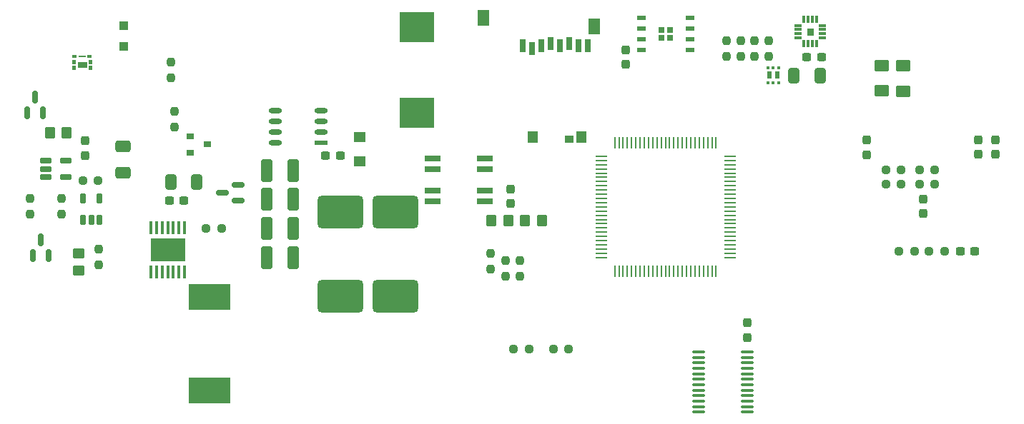
<source format=gtp>
%TF.GenerationSoftware,KiCad,Pcbnew,6.0.0-2.fc35*%
%TF.CreationDate,2022-02-25T18:53:21-08:00*%
%TF.ProjectId,Doorbell,446f6f72-6265-46c6-9c2e-6b696361645f,B*%
%TF.SameCoordinates,Original*%
%TF.FileFunction,Paste,Top*%
%TF.FilePolarity,Positive*%
%FSLAX46Y46*%
G04 Gerber Fmt 4.6, Leading zero omitted, Abs format (unit mm)*
G04 Created by KiCad (PCBNEW 6.0.0-2.fc35) date 2022-02-25 18:53:21*
%MOMM*%
%LPD*%
G01*
G04 APERTURE LIST*
G04 Aperture macros list*
%AMRoundRect*
0 Rectangle with rounded corners*
0 $1 Rounding radius*
0 $2 $3 $4 $5 $6 $7 $8 $9 X,Y pos of 4 corners*
0 Add a 4 corners polygon primitive as box body*
4,1,4,$2,$3,$4,$5,$6,$7,$8,$9,$2,$3,0*
0 Add four circle primitives for the rounded corners*
1,1,$1+$1,$2,$3*
1,1,$1+$1,$4,$5*
1,1,$1+$1,$6,$7*
1,1,$1+$1,$8,$9*
0 Add four rect primitives between the rounded corners*
20,1,$1+$1,$2,$3,$4,$5,0*
20,1,$1+$1,$4,$5,$6,$7,0*
20,1,$1+$1,$6,$7,$8,$9,0*
20,1,$1+$1,$8,$9,$2,$3,0*%
G04 Aperture macros list end*
%ADD10C,0.010000*%
%ADD11RoundRect,0.250000X-0.412500X-0.650000X0.412500X-0.650000X0.412500X0.650000X-0.412500X0.650000X0*%
%ADD12RoundRect,0.237500X-0.237500X0.300000X-0.237500X-0.300000X0.237500X-0.300000X0.237500X0.300000X0*%
%ADD13RoundRect,0.237500X-0.300000X-0.237500X0.300000X-0.237500X0.300000X0.237500X-0.300000X0.237500X0*%
%ADD14RoundRect,0.237500X0.237500X-0.300000X0.237500X0.300000X-0.237500X0.300000X-0.237500X-0.300000X0*%
%ADD15R,1.400000X1.300000*%
%ADD16R,0.800000X1.500000*%
%ADD17R,1.000000X0.950000*%
%ADD18R,1.300000X1.400000*%
%ADD19R,1.400000X1.900000*%
%ADD20R,5.003800X3.098800*%
%ADD21R,0.300000X0.325000*%
%ADD22R,0.613000X0.950000*%
%ADD23RoundRect,0.150000X0.150000X-0.587500X0.150000X0.587500X-0.150000X0.587500X-0.150000X-0.587500X0*%
%ADD24RoundRect,0.150000X0.587500X0.150000X-0.587500X0.150000X-0.587500X-0.150000X0.587500X-0.150000X0*%
%ADD25RoundRect,0.592800X2.157200X-1.357200X2.157200X1.357200X-2.157200X1.357200X-2.157200X-1.357200X0*%
%ADD26RoundRect,0.237500X-0.237500X0.250000X-0.237500X-0.250000X0.237500X-0.250000X0.237500X0.250000X0*%
%ADD27RoundRect,0.237500X0.250000X0.237500X-0.250000X0.237500X-0.250000X-0.237500X0.250000X-0.237500X0*%
%ADD28RoundRect,0.237500X0.237500X-0.250000X0.237500X0.250000X-0.237500X0.250000X-0.237500X-0.250000X0*%
%ADD29RoundRect,0.237500X-0.250000X-0.237500X0.250000X-0.237500X0.250000X0.237500X-0.250000X0.237500X0*%
%ADD30RoundRect,0.008100X-0.411900X-0.126900X0.411900X-0.126900X0.411900X0.126900X-0.411900X0.126900X0*%
%ADD31RoundRect,0.008100X-0.126900X-0.411900X0.126900X-0.411900X0.126900X0.411900X-0.126900X0.411900X0*%
%ADD32RoundRect,0.100000X-0.637500X-0.100000X0.637500X-0.100000X0.637500X0.100000X-0.637500X0.100000X0*%
%ADD33R,0.800000X0.800000*%
%ADD34R,1.100000X0.500000*%
%ADD35R,1.000000X1.000000*%
%ADD36RoundRect,0.250000X-0.650000X0.412500X-0.650000X-0.412500X0.650000X-0.412500X0.650000X0.412500X0*%
%ADD37RoundRect,0.250000X0.450000X-0.350000X0.450000X0.350000X-0.450000X0.350000X-0.450000X-0.350000X0*%
%ADD38RoundRect,0.250000X-0.350000X-0.450000X0.350000X-0.450000X0.350000X0.450000X-0.350000X0.450000X0*%
%ADD39R,0.500000X0.400000*%
%ADD40R,0.920000X0.285000*%
%ADD41R,0.355600X1.625600*%
%ADD42R,4.089400X2.743200*%
%ADD43RoundRect,0.250000X-0.412500X-1.100000X0.412500X-1.100000X0.412500X1.100000X-0.412500X1.100000X0*%
%ADD44R,1.550000X0.600000*%
%ADD45O,1.550000X0.600000*%
%ADD46RoundRect,0.250001X0.624999X-0.462499X0.624999X0.462499X-0.624999X0.462499X-0.624999X-0.462499X0*%
%ADD47R,4.038600X3.556000*%
%ADD48R,1.840000X0.640000*%
%ADD49R,0.900000X0.800000*%
%ADD50RoundRect,0.250000X0.350000X0.450000X-0.350000X0.450000X-0.350000X-0.450000X0.350000X-0.450000X0*%
%ADD51R,0.279400X1.473200*%
%ADD52R,1.473200X0.279400*%
%ADD53RoundRect,0.042000X-0.633000X-0.258000X0.633000X-0.258000X0.633000X0.258000X-0.633000X0.258000X0*%
%ADD54RoundRect,0.090000X0.210000X-0.520000X0.210000X0.520000X-0.210000X0.520000X-0.210000X-0.520000X0*%
G04 APERTURE END LIST*
D10*
X184163623Y-78765000D02*
X184863623Y-78765000D01*
X184863623Y-78765000D02*
X184863623Y-79465000D01*
X184863623Y-79465000D02*
X184163623Y-79465000D01*
X184163623Y-79465000D02*
X184163623Y-78765000D01*
G36*
X184863623Y-79465000D02*
G01*
X184163623Y-79465000D01*
X184163623Y-78765000D01*
X184863623Y-78765000D01*
X184863623Y-79465000D01*
G37*
X184863623Y-79465000D02*
X184163623Y-79465000D01*
X184163623Y-78765000D01*
X184863623Y-78765000D01*
X184863623Y-79465000D01*
X98778623Y-83357000D02*
X97768623Y-83357000D01*
X97768623Y-83357000D02*
X97768623Y-82693000D01*
X97768623Y-82693000D02*
X98778623Y-82693000D01*
X98778623Y-82693000D02*
X98778623Y-83357000D01*
G36*
X98778623Y-83357000D02*
G01*
X97768623Y-83357000D01*
X97768623Y-82693000D01*
X98778623Y-82693000D01*
X98778623Y-83357000D01*
G37*
X98778623Y-83357000D02*
X97768623Y-83357000D01*
X97768623Y-82693000D01*
X98778623Y-82693000D01*
X98778623Y-83357000D01*
X97473623Y-82900000D02*
X97123623Y-82900000D01*
X97123623Y-82900000D02*
X97123623Y-82500000D01*
X97123623Y-82500000D02*
X97473623Y-82500000D01*
X97473623Y-82500000D02*
X97473623Y-82900000D01*
G36*
X97473623Y-82900000D02*
G01*
X97123623Y-82900000D01*
X97123623Y-82500000D01*
X97473623Y-82500000D01*
X97473623Y-82900000D01*
G37*
X97473623Y-82900000D02*
X97123623Y-82900000D01*
X97123623Y-82500000D01*
X97473623Y-82500000D01*
X97473623Y-82900000D01*
X99423623Y-82900000D02*
X99073623Y-82900000D01*
X99073623Y-82900000D02*
X99073623Y-82500000D01*
X99073623Y-82500000D02*
X99423623Y-82500000D01*
X99423623Y-82500000D02*
X99423623Y-82900000D01*
G36*
X99423623Y-82900000D02*
G01*
X99073623Y-82900000D01*
X99073623Y-82500000D01*
X99423623Y-82500000D01*
X99423623Y-82900000D01*
G37*
X99423623Y-82900000D02*
X99073623Y-82900000D01*
X99073623Y-82500000D01*
X99423623Y-82500000D01*
X99423623Y-82900000D01*
X99423623Y-83550000D02*
X99073623Y-83550000D01*
X99073623Y-83550000D02*
X99073623Y-83150000D01*
X99073623Y-83150000D02*
X99423623Y-83150000D01*
X99423623Y-83150000D02*
X99423623Y-83550000D01*
G36*
X99423623Y-83550000D02*
G01*
X99073623Y-83550000D01*
X99073623Y-83150000D01*
X99423623Y-83150000D01*
X99423623Y-83550000D01*
G37*
X99423623Y-83550000D02*
X99073623Y-83550000D01*
X99073623Y-83150000D01*
X99423623Y-83150000D01*
X99423623Y-83550000D01*
X97473623Y-83550000D02*
X97123623Y-83550000D01*
X97123623Y-83550000D02*
X97123623Y-83150000D01*
X97123623Y-83150000D02*
X97473623Y-83150000D01*
X97473623Y-83150000D02*
X97473623Y-83550000D01*
G36*
X97473623Y-83550000D02*
G01*
X97123623Y-83550000D01*
X97123623Y-83150000D01*
X97473623Y-83150000D01*
X97473623Y-83550000D01*
G37*
X97473623Y-83550000D02*
X97123623Y-83550000D01*
X97123623Y-83150000D01*
X97473623Y-83150000D01*
X97473623Y-83550000D01*
D11*
X182571123Y-84295000D03*
X185696123Y-84295000D03*
D12*
X204413623Y-91932500D03*
X204413623Y-93657500D03*
X162673623Y-81290000D03*
X162673623Y-83015000D03*
X191163623Y-91980000D03*
X191163623Y-93705000D03*
X197841123Y-98982500D03*
X197841123Y-100707500D03*
D13*
X202251123Y-105135000D03*
X203976123Y-105135000D03*
D14*
X177043623Y-115390000D03*
X177043623Y-113665000D03*
D15*
X131163623Y-91605000D03*
X131163623Y-94505000D03*
D16*
X150463623Y-80755000D03*
X151563623Y-81155000D03*
X152663623Y-80755000D03*
X153763623Y-80555000D03*
X154863623Y-80755000D03*
X155963623Y-80555000D03*
X157063623Y-80755000D03*
X158163623Y-80755000D03*
D17*
X155963623Y-91840000D03*
D18*
X157353623Y-91615000D03*
X151653623Y-91615000D03*
D19*
X158953623Y-78465000D03*
X145803623Y-77465000D03*
D20*
X113353623Y-121694900D03*
X113353623Y-110595100D03*
D21*
X180763623Y-83360000D03*
X180113623Y-83360000D03*
X179463623Y-83360000D03*
D22*
X179647123Y-84285000D03*
D21*
X179463623Y-85210000D03*
X180113623Y-85210000D03*
X180763623Y-85210000D03*
D22*
X180580123Y-84285000D03*
D23*
X91743623Y-88742500D03*
X93643623Y-88742500D03*
X92693623Y-86867500D03*
D24*
X116731123Y-99185000D03*
X116731123Y-97285000D03*
X114856123Y-98235000D03*
D25*
X135373623Y-110495000D03*
X135373623Y-100495000D03*
X128853623Y-110485000D03*
X128853623Y-100485000D03*
D26*
X150123623Y-106292500D03*
X150123623Y-108117500D03*
D27*
X114766123Y-102415000D03*
X112941123Y-102415000D03*
D28*
X109223623Y-90427500D03*
X109223623Y-88602500D03*
D27*
X195253623Y-97205000D03*
X193428623Y-97205000D03*
D29*
X197428623Y-97205000D03*
X199253623Y-97205000D03*
X193428623Y-95485000D03*
X195253623Y-95485000D03*
X197428623Y-95485000D03*
X199253623Y-95485000D03*
X195021123Y-105135000D03*
X196846123Y-105135000D03*
D27*
X200406123Y-105135000D03*
X198581123Y-105135000D03*
D29*
X149369123Y-116789000D03*
X151194123Y-116789000D03*
D30*
X183078623Y-78365000D03*
X183078623Y-78865000D03*
X183078623Y-79365000D03*
X183078623Y-79865000D03*
D31*
X183763623Y-80550000D03*
X184263623Y-80550000D03*
X184763623Y-80550000D03*
X185263623Y-80550000D03*
D30*
X185948623Y-79865000D03*
X185948623Y-79365000D03*
X185948623Y-78865000D03*
X185948623Y-78365000D03*
D31*
X185263623Y-77680000D03*
X184763623Y-77680000D03*
X184263623Y-77680000D03*
X183763623Y-77680000D03*
D32*
X171301123Y-117100000D03*
X171301123Y-117750000D03*
X171301123Y-118400000D03*
X171301123Y-119050000D03*
X171301123Y-119700000D03*
X171301123Y-120350000D03*
X171301123Y-121000000D03*
X171301123Y-121650000D03*
X171301123Y-122300000D03*
X171301123Y-122950000D03*
X171301123Y-123600000D03*
X171301123Y-124250000D03*
X177026123Y-124250000D03*
X177026123Y-123600000D03*
X177026123Y-122950000D03*
X177026123Y-122300000D03*
X177026123Y-121650000D03*
X177026123Y-121000000D03*
X177026123Y-120350000D03*
X177026123Y-119700000D03*
X177026123Y-119050000D03*
X177026123Y-118400000D03*
X177026123Y-117750000D03*
X177026123Y-117100000D03*
D33*
X167863623Y-79885000D03*
X166863623Y-78885000D03*
X167863623Y-78885000D03*
X166863623Y-79885000D03*
D34*
X170263623Y-81290000D03*
X170263623Y-80020000D03*
X170263623Y-78750000D03*
X170263623Y-77480000D03*
X164463623Y-77480000D03*
X164463623Y-78750000D03*
X164463623Y-80020000D03*
X164463623Y-81290000D03*
D26*
X92103623Y-98902500D03*
X92103623Y-100727500D03*
D29*
X154077123Y-116789000D03*
X155902123Y-116789000D03*
D35*
X103183623Y-78385000D03*
X103183623Y-80885000D03*
D26*
X108773623Y-82732500D03*
X108773623Y-84557500D03*
D36*
X103093623Y-92712500D03*
X103093623Y-95837500D03*
D14*
X98663623Y-93787500D03*
X98663623Y-92062500D03*
D37*
X97883623Y-107445000D03*
X97883623Y-105445000D03*
D38*
X94443623Y-91125000D03*
X96443623Y-91125000D03*
D26*
X100203623Y-104902500D03*
X100203623Y-106727500D03*
D11*
X108751123Y-96975000D03*
X111876123Y-96975000D03*
D13*
X108621123Y-99115000D03*
X110346123Y-99115000D03*
D39*
X99173623Y-82050000D03*
D40*
X98273623Y-82050000D03*
D39*
X97373623Y-82050000D03*
D41*
X110363624Y-102333400D03*
X109713623Y-102333400D03*
X109063622Y-102333400D03*
X108413623Y-102333400D03*
X107763624Y-102333400D03*
X107113623Y-102333400D03*
X106463624Y-102333400D03*
X106463622Y-107616600D03*
X107113623Y-107616600D03*
X107763622Y-107616600D03*
X108413623Y-107616600D03*
X109063622Y-107616600D03*
X109713623Y-107616600D03*
X110363622Y-107616600D03*
D42*
X108413623Y-104975000D03*
D43*
X120141123Y-105935000D03*
X123266123Y-105935000D03*
X120141123Y-102475000D03*
X123266123Y-102475000D03*
X120141123Y-95555000D03*
X123266123Y-95555000D03*
X120141123Y-99015000D03*
X123266123Y-99015000D03*
D44*
X126593623Y-92270000D03*
D45*
X126593623Y-91000000D03*
X126593623Y-89730000D03*
X126593623Y-88460000D03*
X121193623Y-88460000D03*
X121193623Y-89730000D03*
X121193623Y-91000000D03*
X121193623Y-92270000D03*
D46*
X195473623Y-86162500D03*
X195473623Y-83187500D03*
X192913623Y-86142500D03*
X192913623Y-83167500D03*
D47*
X137943623Y-78585000D03*
X137943623Y-88745000D03*
D48*
X139798623Y-94170000D03*
X139798623Y-95440000D03*
X145968623Y-95440000D03*
X145968623Y-94170000D03*
X139798623Y-97930000D03*
X139798623Y-99200000D03*
X145968623Y-99200000D03*
X145968623Y-97930000D03*
D13*
X184101123Y-82155000D03*
X185826123Y-82155000D03*
D26*
X174583623Y-80192500D03*
X174583623Y-82017500D03*
D28*
X179563623Y-82017500D03*
X179563623Y-80192500D03*
D26*
X176243623Y-80192500D03*
X176243623Y-82017500D03*
X177903623Y-80192500D03*
X177903623Y-82017500D03*
D12*
X206413623Y-91932500D03*
X206413623Y-93657500D03*
D49*
X111113623Y-93435000D03*
X113113623Y-92485000D03*
X111113623Y-91535000D03*
D13*
X127111123Y-93845000D03*
X128836123Y-93845000D03*
D26*
X146603623Y-105452500D03*
X146603623Y-107277500D03*
D50*
X152723623Y-101525000D03*
X150723623Y-101525000D03*
D26*
X148403623Y-106292500D03*
X148403623Y-108117500D03*
D50*
X148763623Y-101525000D03*
X146763623Y-101525000D03*
D51*
X161343622Y-107515000D03*
X161843624Y-107515000D03*
X162343623Y-107515000D03*
X162843622Y-107515000D03*
X163343623Y-107515000D03*
X163843622Y-107515000D03*
X164343624Y-107515000D03*
X164843623Y-107515000D03*
X165343622Y-107515000D03*
X165843623Y-107515000D03*
X166343622Y-107515000D03*
X166843621Y-107515000D03*
X167343623Y-107515000D03*
X167843622Y-107515000D03*
X168343624Y-107515000D03*
X168843623Y-107515000D03*
X169343622Y-107515000D03*
X169843623Y-107515000D03*
X170343622Y-107515000D03*
X170843624Y-107515000D03*
X171343623Y-107515000D03*
X171843622Y-107515000D03*
X172343623Y-107515000D03*
X172843622Y-107515000D03*
X173343624Y-107515000D03*
D52*
X174963623Y-105895001D03*
X174963623Y-105394999D03*
X174963623Y-104895000D03*
X174963623Y-104395001D03*
X174963623Y-103895000D03*
X174963623Y-103395001D03*
X174963623Y-102894999D03*
X174963623Y-102395000D03*
X174963623Y-101895001D03*
X174963623Y-101395000D03*
X174963623Y-100895001D03*
X174963623Y-100394999D03*
X174963623Y-99895000D03*
X174963623Y-99395001D03*
X174963623Y-98894999D03*
X174963623Y-98395000D03*
X174963623Y-97894999D03*
X174963623Y-97395000D03*
X174963623Y-96895001D03*
X174963623Y-96394999D03*
X174963623Y-95895000D03*
X174963623Y-95394999D03*
X174963623Y-94895000D03*
X174963623Y-94395001D03*
X174963623Y-93894999D03*
D51*
X173343624Y-92275000D03*
X172843622Y-92275000D03*
X172343623Y-92275000D03*
X171843624Y-92275000D03*
X171343623Y-92275000D03*
X170843624Y-92275000D03*
X170343622Y-92275000D03*
X169843623Y-92275000D03*
X169343624Y-92275000D03*
X168843623Y-92275000D03*
X168343624Y-92275000D03*
X167843622Y-92275000D03*
X167343623Y-92275000D03*
X166843624Y-92275000D03*
X166343622Y-92275000D03*
X165843623Y-92275000D03*
X165343622Y-92275000D03*
X164843623Y-92275000D03*
X164343624Y-92275000D03*
X163843622Y-92275000D03*
X163343623Y-92275000D03*
X162843622Y-92275000D03*
X162343623Y-92275000D03*
X161843624Y-92275000D03*
X161343622Y-92275000D03*
D52*
X159723623Y-93894999D03*
X159723623Y-94395001D03*
X159723623Y-94895000D03*
X159723623Y-95394999D03*
X159723623Y-95895000D03*
X159723623Y-96394999D03*
X159723623Y-96895001D03*
X159723623Y-97395000D03*
X159723623Y-97894999D03*
X159723623Y-98395000D03*
X159723623Y-98894999D03*
X159723623Y-99395001D03*
X159723623Y-99895000D03*
X159723623Y-100394999D03*
X159723623Y-100895001D03*
X159723623Y-101395000D03*
X159723623Y-101895001D03*
X159723623Y-102395000D03*
X159723623Y-102894999D03*
X159723623Y-103395001D03*
X159723623Y-103895000D03*
X159723623Y-104395001D03*
X159723623Y-104895000D03*
X159723623Y-105394999D03*
X159723623Y-105895001D03*
D12*
X149033623Y-97802500D03*
X149033623Y-99527500D03*
D26*
X95813623Y-98922500D03*
X95813623Y-100747500D03*
D53*
X93978623Y-94435000D03*
X93978623Y-95385000D03*
X93978623Y-96335000D03*
X96348623Y-96335000D03*
X96348623Y-94435000D03*
D23*
X92443623Y-105692500D03*
X94343623Y-105692500D03*
X93393623Y-103817500D03*
D29*
X98351123Y-96815000D03*
X100176123Y-96815000D03*
D54*
X98403623Y-101420000D03*
X99353623Y-101420000D03*
X100303623Y-101420000D03*
X100303623Y-98930000D03*
X98403623Y-98930000D03*
M02*

</source>
